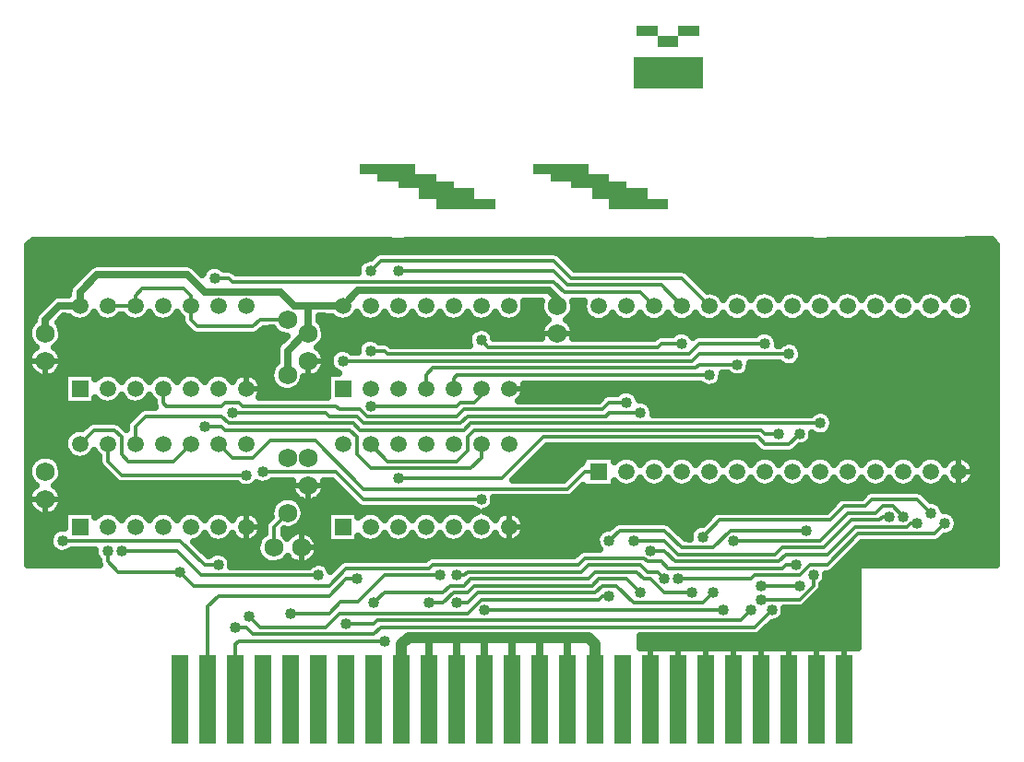
<source format=gbr>
G04 DipTrace 2.4.0.2*
%INBottom.gbr*%
%MOIN*%
%ADD13C,0.012*%
%ADD14C,0.04*%
%ADD15C,0.025*%
%ADD16C,0.02*%
%ADD19C,0.068*%
%ADD20R,0.06X0.32*%
%ADD21R,0.0591X0.0591*%
%ADD22C,0.0591*%
%FSLAX44Y44*%
G04*
G70*
G90*
G75*
G01*
%LNBottom*%
%LPD*%
X9654Y12512D2*
D13*
Y12137D1*
X10029Y11762D1*
X12279D1*
X12779Y11262D1*
X17654D1*
X18279Y11887D1*
X21279D1*
X21404Y12012D1*
X26654D1*
X26904Y12262D1*
X29029D1*
X29154Y12137D1*
X29654D1*
X29904Y11887D1*
X34029D1*
X34154Y12012D1*
X34529D1*
X35404Y17137D2*
X22779D1*
X22529Y16887D1*
X18779D1*
X18529Y17137D1*
X14029D1*
X13779Y17387D1*
X11029D1*
X10654Y17012D1*
Y16387D1*
X34279Y19637D2*
X31029D1*
X30779Y19387D1*
X18154D1*
X14279Y9762D2*
X14654D1*
X14904Y9512D1*
X19279D1*
X19529Y9762D1*
X33029D1*
X33654Y10387D1*
X34654Y11262D2*
X33279D1*
X33404Y20012D2*
X31029D1*
X30654Y19637D1*
X19779D1*
X19654Y19762D1*
X19154D1*
X32404Y19262D2*
X31029D1*
X30904Y19137D1*
X21404D1*
X21154Y18887D1*
Y18387D1*
X16279Y10262D2*
X17654D1*
X18082Y10690D1*
X18707D1*
X19654Y11637D1*
X21654D1*
X31404Y18887D2*
X22279D1*
X22154Y18762D1*
Y18387D1*
X23279Y10387D2*
X31904D1*
X30404Y20012D2*
X29654D1*
X29529Y19887D1*
X23404D1*
X23154Y20137D1*
X19279Y10637D2*
X19654Y11012D1*
X21779D1*
X22029Y11262D1*
X22529D1*
X22779Y11512D1*
X27029D1*
X27279Y11762D1*
X28779D1*
X29029Y11512D1*
X29279D1*
X29779Y11012D1*
X30779D1*
X22279Y11637D2*
X22529D1*
X22654Y11762D1*
X26779D1*
X27029Y12012D1*
X28904D1*
X29154Y11762D1*
X29529D1*
X29779Y11512D1*
X20154Y22637D2*
X25779D1*
X26279Y22137D1*
X29654D1*
X30404Y21387D1*
Y21371D1*
X22279Y10637D2*
X22654D1*
X23029Y11012D1*
X27279D1*
X27529Y11262D1*
X28029D1*
X28654Y10637D1*
X31154D1*
X31529Y11012D1*
X19154Y22637D2*
X19529Y23012D1*
X25779D1*
X26404Y22387D1*
X30404D1*
X31404Y21387D1*
Y21371D1*
X32904Y10387D2*
X32529Y10012D1*
X19404D1*
X19279Y9887D1*
X18279D1*
X13654Y12012D2*
X13154D1*
X12279Y12887D1*
X8029D1*
X10154Y12512D2*
X12154D1*
X13029Y11637D1*
X17279D1*
X21279Y10637D2*
X21779D1*
X22154Y11012D1*
X22654D1*
X22904Y11262D1*
X27154D1*
X27404Y11512D1*
X28404D1*
X28904Y11012D1*
X28404Y17887D2*
X27779D1*
X27529Y17637D1*
X22529D1*
X22279Y17387D1*
X19029D1*
X18779Y17637D1*
X18029D1*
X17904Y17762D1*
X14529D1*
X14404Y17887D1*
X13904D1*
X13779Y17762D1*
X11779D1*
X11654Y17887D1*
Y18387D1*
X14779Y10137D2*
X15154Y9762D1*
X17529D1*
X18029Y10262D1*
X22654D1*
X23154Y10762D1*
X27404D1*
X27529Y10887D1*
X27779D1*
X13529Y22387D2*
X14029D1*
X14154Y22262D1*
X25779D1*
X26154Y21887D1*
X28904D1*
X29419Y21371D1*
X29404D1*
X14154Y17512D2*
X17529D1*
X17654Y17387D1*
X18654D1*
X18904Y17137D1*
X22404D1*
X22654Y17387D1*
X27654D1*
X27779Y17512D1*
X28904D1*
X13654Y16387D2*
X14154Y15887D1*
X14904D1*
X15529Y16512D1*
X17154D1*
X18904Y14762D1*
X26279D1*
X26904Y15387D1*
X27404D1*
X33279Y10762D2*
X34654D1*
X35154Y11262D1*
Y11637D1*
X32279Y12887D2*
X35404D1*
X36404Y13887D1*
X37404D1*
X37654Y14137D1*
X38029D1*
X38404Y13762D1*
X31154Y13012D2*
X31779Y13637D1*
X35779D1*
X36279Y14137D1*
X37029D1*
X37279Y14387D1*
X38904D1*
X39404Y13887D1*
X30279Y11512D2*
X32904D1*
X33029Y11637D1*
X34654D1*
X35029Y12012D1*
X35654D1*
X36779Y13137D1*
X39529D1*
X39904Y13512D1*
X29279Y12512D2*
X29779D1*
X30154Y12137D1*
X33904D1*
X34154Y12387D1*
X35654D1*
X36654Y13387D1*
X38529D1*
X38654Y13512D1*
X38904D1*
X28654Y12887D2*
X29779D1*
X30279Y12387D1*
X33779D1*
X34029Y12637D1*
X35529D1*
X36529Y13637D1*
X37529D1*
X37654Y13762D1*
X37904D1*
X27779Y12887D2*
X28154Y13262D1*
X29779D1*
X30404Y12637D1*
X31529D1*
X32154Y13262D1*
X34904D1*
X15654Y12638D2*
Y13387D1*
X16154Y13887D1*
X14654Y15262D2*
X10154D1*
X9654Y15762D1*
Y16387D1*
X20279Y7137D2*
D14*
Y9137D1*
X20529Y9387D1*
X21279D1*
X22279D1*
X23279D1*
X24279D1*
X25279D1*
X26279D1*
X27029D1*
X27279Y9137D1*
Y7137D1*
X26279D2*
D15*
Y9387D1*
X25279Y7137D2*
Y9387D1*
X24279Y7137D2*
Y9387D1*
X23279Y7137D2*
Y9387D1*
X22279Y7137D2*
Y9387D1*
X21279Y7137D2*
Y9387D1*
X25904Y21387D2*
Y21636D1*
X25591Y21950D1*
X18716D1*
X18154Y21387D1*
X16904D1*
Y20387D1*
X16779D1*
X16154Y19762D1*
Y18887D1*
X16904Y21387D2*
X16404D1*
X15904Y21887D1*
X13154D1*
X12529Y22512D1*
X9279D1*
X8654Y21887D1*
Y21387D1*
X7904D1*
X7404Y20887D1*
Y20387D1*
X12654Y16387D2*
D13*
X12029Y15762D1*
X10404D1*
X10154Y16012D1*
Y16637D1*
X9904Y16887D1*
X9154D1*
X8654Y16387D1*
X13154Y17012D2*
X13779D1*
X13904Y16887D1*
X18404D1*
X18654Y16637D1*
Y16012D1*
X19154Y15512D1*
X22779D1*
X23154Y15887D1*
Y16387D1*
X19154Y17762D2*
X22279D1*
X22404Y17887D1*
X22904D1*
X23154Y18137D1*
Y18387D1*
Y14387D2*
X18904D1*
X17904Y15387D1*
X15279D1*
X9654Y21387D2*
X10654D1*
Y21762D1*
X10904Y22012D1*
X12404D1*
X12654Y21762D1*
Y21387D1*
X16154Y20887D2*
X15154D1*
X14904Y20637D1*
X12904D1*
X12654Y20887D1*
Y21387D1*
X20154Y15137D2*
X23904D1*
X25404Y16637D1*
X33154D1*
X33404Y16387D1*
X34279D1*
X34654Y16762D1*
X14279Y7137D2*
Y9137D1*
X14404Y9262D1*
X19654D1*
X18654Y11512D2*
X18279D1*
X17654Y10887D1*
X13654D1*
X13279Y10512D1*
Y7137D1*
X19154Y16387D2*
X19779Y15762D1*
X22279D1*
X22654Y16137D1*
Y16637D1*
X22904Y16887D1*
X33279D1*
X33404Y16762D1*
X33904D1*
D14*
X9654Y12512D3*
X34529Y12012D3*
X12279Y11762D3*
X35404Y17137D3*
X34279Y19637D3*
X18154Y19387D3*
X14279Y9762D3*
X33654Y10387D3*
X34654Y11262D3*
X33279D3*
X33404Y20012D3*
X19154Y19762D3*
X32404Y19262D3*
X16279Y10262D3*
X21654Y11637D3*
X31404Y18887D3*
X23279Y10387D3*
X31904D3*
X30404Y20012D3*
X23154Y20137D3*
X19279Y10637D3*
X30779Y11012D3*
X22279Y11637D3*
X29779Y11512D3*
X20154Y22637D3*
X22279Y10637D3*
X31529Y11012D3*
X19154Y22637D3*
X32904Y10387D3*
X18279Y9887D3*
X13654Y12012D3*
X8029Y12887D3*
X10154Y12512D3*
X17279Y11637D3*
X21279Y10637D3*
X28904Y11012D3*
X28404Y17887D3*
X14779Y10137D3*
X27779Y10887D3*
X13529Y22387D3*
X14154Y17512D3*
X28904D3*
X33279Y10762D3*
X35154Y11637D3*
X32279Y12887D3*
X38404Y13762D3*
X31154Y13012D3*
X39404Y13887D3*
X30279Y11512D3*
X39904Y13512D3*
X29279Y12512D3*
X38904Y13512D3*
X28654Y12887D3*
X37904Y13762D3*
X27779Y12887D3*
X34904Y13262D3*
X14654Y15262D3*
X26279Y9387D3*
X13154Y17012D3*
X19154Y17762D3*
X23154Y14387D3*
X15279Y15387D3*
X20154Y15137D3*
X34654Y16762D3*
X19654Y9262D3*
X18654Y11512D3*
X33904Y16762D3*
X25404Y15387D3*
X7404Y22262D3*
X25404Y13387D3*
X35904Y10887D3*
X20904Y20387D3*
X13904Y19887D3*
X38904Y12387D3*
X36904D3*
X17904Y20387D3*
X7404Y17387D3*
X13404Y14387D3*
X40904Y12387D3*
X40404Y22887D3*
X6804Y23513D2*
D15*
X41756D1*
X6804Y23265D2*
X19298D1*
X26009D2*
X41756D1*
X6804Y23016D2*
X18861D1*
X26259D2*
X41756D1*
X6804Y22767D2*
X8959D1*
X12848D2*
X13236D1*
X13821D2*
X18681D1*
X26509D2*
X41756D1*
X6804Y22519D2*
X8709D1*
X30755D2*
X41756D1*
X6804Y22270D2*
X8459D1*
X31005D2*
X41756D1*
X6804Y22021D2*
X8263D1*
X31255D2*
X41756D1*
X6804Y21773D2*
X7822D1*
X31821D2*
X31985D1*
X32821D2*
X32985D1*
X33821D2*
X33985D1*
X34821D2*
X34985D1*
X35821D2*
X35985D1*
X36821D2*
X36985D1*
X37821D2*
X37985D1*
X38821D2*
X38985D1*
X39821D2*
X39985D1*
X40821D2*
X41756D1*
X6804Y21524D2*
X7463D1*
X24723D2*
X25291D1*
X26520D2*
X26841D1*
X40966D2*
X41756D1*
X6804Y21275D2*
X7216D1*
X24727D2*
X25287D1*
X26524D2*
X26826D1*
X40981D2*
X41756D1*
X6804Y21026D2*
X7013D1*
X24606D2*
X25392D1*
X26415D2*
X26939D1*
X40868D2*
X41756D1*
X7891Y20778D2*
X12322D1*
X17391D2*
X25416D1*
X26391D2*
X41756D1*
X8016Y20529D2*
X12529D1*
X15278D2*
X15642D1*
X17516D2*
X22881D1*
X23427D2*
X25291D1*
X26516D2*
X41756D1*
X8024Y20280D2*
X16095D1*
X17524D2*
X22685D1*
X23622D2*
X25283D1*
X26524D2*
X29447D1*
X33809D2*
X41756D1*
X7919Y20032D2*
X15845D1*
X17419D2*
X18752D1*
X19860D2*
X22677D1*
X34548D2*
X41756D1*
X7884Y19783D2*
X15740D1*
X17384D2*
X17884D1*
X18423D2*
X18666D1*
X34743D2*
X41756D1*
X8013Y19534D2*
X15740D1*
X17513D2*
X17689D1*
X34759D2*
X41756D1*
X8024Y19286D2*
X15673D1*
X17524D2*
X17673D1*
X32891D2*
X33951D1*
X34606D2*
X41756D1*
X7923Y19037D2*
X15545D1*
X17423D2*
X17822D1*
X32837D2*
X41756D1*
X6804Y18788D2*
X7291D1*
X7510D2*
X8068D1*
X10071D2*
X10235D1*
X11071D2*
X11235D1*
X12071D2*
X12235D1*
X13071D2*
X13235D1*
X14071D2*
X14235D1*
X15071D2*
X15533D1*
X17011D2*
X17568D1*
X31884D2*
X41756D1*
X6804Y18540D2*
X8068D1*
X15216D2*
X15634D1*
X16673D2*
X17568D1*
X24716D2*
X31068D1*
X31739D2*
X41756D1*
X6804Y18291D2*
X8068D1*
X15231D2*
X16025D1*
X16279D2*
X17568D1*
X24731D2*
X28150D1*
X28657D2*
X41756D1*
X6804Y18042D2*
X8068D1*
X24618D2*
X27451D1*
X28868D2*
X41756D1*
X6804Y17794D2*
X11318D1*
X29298D2*
X41756D1*
X6804Y17545D2*
X10701D1*
X29391D2*
X35154D1*
X35653D2*
X41756D1*
X6804Y17296D2*
X10455D1*
X35864D2*
X41756D1*
X6804Y17047D2*
X8830D1*
X35884D2*
X41756D1*
X6804Y16799D2*
X8248D1*
X35747D2*
X41756D1*
X6804Y16550D2*
X8091D1*
X35091D2*
X41756D1*
X6804Y16301D2*
X8076D1*
X25552D2*
X33006D1*
X34739D2*
X41756D1*
X6804Y16053D2*
X8177D1*
X25306D2*
X41756D1*
X6804Y15804D2*
X6939D1*
X7868D2*
X9302D1*
X25056D2*
X26818D1*
X28802D2*
X29006D1*
X29802D2*
X30006D1*
X30802D2*
X31006D1*
X31802D2*
X32006D1*
X32802D2*
X33006D1*
X33802D2*
X34006D1*
X34802D2*
X35006D1*
X35802D2*
X36006D1*
X36802D2*
X37006D1*
X37802D2*
X38006D1*
X38802D2*
X39006D1*
X39802D2*
X40006D1*
X40802D2*
X41756D1*
X8009Y15555D2*
X9377D1*
X24806D2*
X26588D1*
X40962D2*
X41756D1*
X8028Y15307D2*
X9623D1*
X24559D2*
X26338D1*
X40981D2*
X41756D1*
X7934Y15058D2*
X9873D1*
X15634D2*
X16298D1*
X17509D2*
X17748D1*
X40884D2*
X41756D1*
X6804Y14809D2*
X6943D1*
X7860D2*
X14525D1*
X14786D2*
X16279D1*
X17528D2*
X17998D1*
X26809D2*
X41756D1*
X8009Y14561D2*
X16369D1*
X17438D2*
X18244D1*
X26563D2*
X36966D1*
X39216D2*
X41756D1*
X8028Y14312D2*
X15697D1*
X17114D2*
X18494D1*
X23638D2*
X35970D1*
X39618D2*
X41756D1*
X7938Y14063D2*
X15548D1*
X16759D2*
X18853D1*
X23513D2*
X35720D1*
X39860D2*
X41756D1*
X6804Y13815D2*
X7181D1*
X7622D2*
X8068D1*
X10040D2*
X10267D1*
X11040D2*
X11267D1*
X12040D2*
X12267D1*
X13040D2*
X13267D1*
X14040D2*
X14267D1*
X15040D2*
X15529D1*
X16778D2*
X17568D1*
X19540D2*
X19767D1*
X20540D2*
X20767D1*
X21540D2*
X21767D1*
X22540D2*
X22767D1*
X23540D2*
X23767D1*
X24540D2*
X31470D1*
X40282D2*
X41756D1*
X6804Y13566D2*
X8068D1*
X15208D2*
X15354D1*
X16692D2*
X17568D1*
X24708D2*
X28013D1*
X29919D2*
X31224D1*
X40391D2*
X41756D1*
X6804Y13317D2*
X7826D1*
X16380D2*
X17568D1*
X24735D2*
X27576D1*
X30208D2*
X30779D1*
X40352D2*
X41756D1*
X6804Y13068D2*
X7576D1*
X17102D2*
X17568D1*
X24638D2*
X27326D1*
X30458D2*
X30666D1*
X40067D2*
X41756D1*
X6804Y12820D2*
X7545D1*
X12829D2*
X15052D1*
X17255D2*
X27295D1*
X39622D2*
X41756D1*
X6804Y12571D2*
X7662D1*
X13079D2*
X15029D1*
X17278D2*
X26779D1*
X36696D2*
X41756D1*
X6804Y12322D2*
X9205D1*
X14024D2*
X15111D1*
X17196D2*
X21283D1*
X36450D2*
X41756D1*
X6804Y12074D2*
X9310D1*
X14138D2*
X15412D1*
X15895D2*
X16408D1*
X16899D2*
X17095D1*
X17462D2*
X17982D1*
X36200D2*
X41756D1*
X35950Y11825D2*
X36756D1*
X35638Y11576D2*
X36756D1*
X35524Y11328D2*
X36756D1*
X35446Y11079D2*
X36756D1*
X35208Y10830D2*
X36756D1*
X34958Y10582D2*
X36756D1*
X34141Y10333D2*
X36756D1*
X34032Y10084D2*
X36756D1*
X33587Y9836D2*
X36756D1*
X33337Y9587D2*
X36756D1*
X28927Y9338D2*
X36756D1*
X28927Y9089D2*
X36756D1*
X26508Y20362D2*
X26490Y20239D1*
X26483Y20212D1*
X29392D1*
X29520Y20308D1*
X29633Y20336D1*
X30072Y20337D1*
X30111Y20374D1*
X30218Y20438D1*
X30338Y20472D1*
X30462Y20473D1*
X30583Y20441D1*
X30690Y20378D1*
X30777Y20289D1*
X30802Y20244D1*
X30888Y20305D1*
X31029Y20337D1*
X33072D1*
X33111Y20374D1*
X33218Y20438D1*
X33338Y20472D1*
X33462Y20473D1*
X33583Y20441D1*
X33690Y20378D1*
X33777Y20289D1*
X33837Y20179D1*
X33868Y20012D1*
X33862Y19962D1*
X33947D1*
X33986Y19999D1*
X34093Y20063D1*
X34213Y20097D1*
X34337Y20098D1*
X34458Y20066D1*
X34565Y20003D1*
X34652Y19914D1*
X34712Y19804D1*
X34743Y19637D1*
X34727Y19514D1*
X34678Y19399D1*
X34600Y19301D1*
X34500Y19228D1*
X34383Y19184D1*
X34259Y19173D1*
X34136Y19194D1*
X34024Y19248D1*
X33950Y19312D1*
X32866Y19308D1*
X32852Y19139D1*
X32803Y19024D1*
X32725Y18926D1*
X32625Y18853D1*
X32508Y18809D1*
X32384Y18798D1*
X32261Y18819D1*
X32149Y18873D1*
X32075Y18937D1*
X31866Y18933D1*
X31852Y18764D1*
X31803Y18649D1*
X31725Y18551D1*
X31625Y18478D1*
X31508Y18434D1*
X31384Y18423D1*
X31261Y18444D1*
X31149Y18498D1*
X31075Y18562D1*
X24689D1*
X24712Y18432D1*
X24709Y18312D1*
X24678Y18191D1*
X24622Y18080D1*
X24543Y17984D1*
X24518Y17961D1*
X27392Y17962D1*
X27549Y18117D1*
X27652Y18186D1*
X27779Y18212D1*
X28072D1*
X28111Y18249D1*
X28218Y18313D1*
X28338Y18347D1*
X28462Y18348D1*
X28583Y18316D1*
X28690Y18253D1*
X28777Y18164D1*
X28837Y18054D1*
X28856Y17975D1*
X28962Y17973D1*
X29083Y17941D1*
X29190Y17878D1*
X29277Y17789D1*
X29337Y17679D1*
X29368Y17512D1*
X29362Y17462D1*
X35072D1*
X35111Y17499D1*
X35218Y17563D1*
X35338Y17597D1*
X35462Y17598D1*
X35583Y17566D1*
X35690Y17503D1*
X35777Y17414D1*
X35837Y17304D1*
X35868Y17137D1*
X35852Y17014D1*
X35803Y16899D1*
X35725Y16801D1*
X35625Y16728D1*
X35508Y16684D1*
X35384Y16673D1*
X35261Y16694D1*
X35149Y16748D1*
X35116Y16776D1*
X35102Y16639D1*
X35053Y16524D1*
X34975Y16426D1*
X34875Y16353D1*
X34758Y16309D1*
X34653Y16299D1*
X34508Y16157D1*
X34405Y16088D1*
X34279Y16062D1*
X33404D1*
X33282Y16086D1*
X33174Y16157D1*
X33016Y16315D1*
X31154Y16312D1*
X25540D1*
X24310Y15084D1*
X25779Y15087D1*
X26142D1*
X26674Y15617D1*
X26763Y15680D1*
X26843Y15827D1*
Y15947D1*
X27964D1*
Y15732D1*
X28044Y15817D1*
X28148Y15886D1*
X28265Y15930D1*
X28389Y15947D1*
X28513Y15936D1*
X28632Y15899D1*
X28739Y15835D1*
X28830Y15750D1*
X28904Y15636D1*
X28958Y15727D1*
X29044Y15817D1*
X29148Y15886D1*
X29265Y15930D1*
X29389Y15947D1*
X29513Y15936D1*
X29632Y15899D1*
X29739Y15835D1*
X29830Y15750D1*
X29904Y15636D1*
X29958Y15727D1*
X30044Y15817D1*
X30148Y15886D1*
X30265Y15930D1*
X30389Y15947D1*
X30513Y15936D1*
X30632Y15899D1*
X30739Y15835D1*
X30830Y15750D1*
X30904Y15636D1*
X30958Y15727D1*
X31044Y15817D1*
X31148Y15886D1*
X31265Y15930D1*
X31389Y15947D1*
X31513Y15936D1*
X31632Y15899D1*
X31739Y15835D1*
X31830Y15750D1*
X31904Y15636D1*
X31958Y15727D1*
X32044Y15817D1*
X32148Y15886D1*
X32265Y15930D1*
X32389Y15947D1*
X32513Y15936D1*
X32632Y15899D1*
X32739Y15835D1*
X32830Y15750D1*
X32904Y15636D1*
X32958Y15727D1*
X33044Y15817D1*
X33148Y15886D1*
X33265Y15930D1*
X33389Y15947D1*
X33513Y15936D1*
X33632Y15899D1*
X33739Y15835D1*
X33830Y15750D1*
X33904Y15636D1*
X33958Y15727D1*
X34044Y15817D1*
X34148Y15886D1*
X34265Y15930D1*
X34389Y15947D1*
X34513Y15936D1*
X34632Y15899D1*
X34739Y15835D1*
X34830Y15750D1*
X34904Y15636D1*
X34958Y15727D1*
X35044Y15817D1*
X35148Y15886D1*
X35265Y15930D1*
X35389Y15947D1*
X35513Y15936D1*
X35632Y15899D1*
X35739Y15835D1*
X35830Y15750D1*
X35904Y15636D1*
X35958Y15727D1*
X36044Y15817D1*
X36148Y15886D1*
X36265Y15930D1*
X36389Y15947D1*
X36513Y15936D1*
X36632Y15899D1*
X36739Y15835D1*
X36830Y15750D1*
X36904Y15636D1*
X36958Y15727D1*
X37044Y15817D1*
X37148Y15886D1*
X37265Y15930D1*
X37389Y15947D1*
X37513Y15936D1*
X37632Y15899D1*
X37739Y15835D1*
X37830Y15750D1*
X37904Y15636D1*
X37958Y15727D1*
X38044Y15817D1*
X38148Y15886D1*
X38265Y15930D1*
X38389Y15947D1*
X38513Y15936D1*
X38632Y15899D1*
X38739Y15835D1*
X38830Y15750D1*
X38904Y15636D1*
X38958Y15727D1*
X39044Y15817D1*
X39148Y15886D1*
X39265Y15930D1*
X39389Y15947D1*
X39513Y15936D1*
X39632Y15899D1*
X39739Y15835D1*
X39830Y15750D1*
X39904Y15636D1*
X39943Y15707D1*
X40026Y15800D1*
X40126Y15874D1*
X40241Y15923D1*
X40364Y15946D1*
X40488Y15941D1*
X40609Y15908D1*
X40719Y15850D1*
X40814Y15769D1*
X40888Y15668D1*
X40938Y15554D1*
X40962Y15432D1*
X40959Y15312D1*
X40928Y15191D1*
X40872Y15080D1*
X40793Y14984D1*
X40694Y14908D1*
X40580Y14855D1*
X40458Y14830D1*
X40334Y14831D1*
X40212Y14860D1*
X40101Y14916D1*
X40004Y14994D1*
X39927Y15093D1*
X39904Y15134D1*
X39843Y15039D1*
X39755Y14951D1*
X39650Y14884D1*
X39532Y14842D1*
X39409Y14827D1*
X39284Y14840D1*
X39166Y14880D1*
X39060Y14945D1*
X38970Y15032D1*
X38905Y15133D1*
X38843Y15039D1*
X38755Y14951D1*
X38650Y14884D1*
X38532Y14842D1*
X38409Y14827D1*
X38284Y14840D1*
X38166Y14880D1*
X38060Y14945D1*
X37970Y15032D1*
X37905Y15133D1*
X37843Y15039D1*
X37755Y14951D1*
X37650Y14884D1*
X37532Y14842D1*
X37409Y14827D1*
X37284Y14840D1*
X37166Y14880D1*
X37060Y14945D1*
X36970Y15032D1*
X36905Y15133D1*
X36843Y15039D1*
X36755Y14951D1*
X36650Y14884D1*
X36532Y14842D1*
X36409Y14827D1*
X36284Y14840D1*
X36166Y14880D1*
X36060Y14945D1*
X35970Y15032D1*
X35905Y15133D1*
X35843Y15039D1*
X35755Y14951D1*
X35650Y14884D1*
X35532Y14842D1*
X35409Y14827D1*
X35284Y14840D1*
X35166Y14880D1*
X35060Y14945D1*
X34970Y15032D1*
X34905Y15133D1*
X34843Y15039D1*
X34755Y14951D1*
X34650Y14884D1*
X34532Y14842D1*
X34409Y14827D1*
X34284Y14840D1*
X34166Y14880D1*
X34060Y14945D1*
X33970Y15032D1*
X33905Y15133D1*
X33843Y15039D1*
X33755Y14951D1*
X33650Y14884D1*
X33532Y14842D1*
X33409Y14827D1*
X33284Y14840D1*
X33166Y14880D1*
X33060Y14945D1*
X32970Y15032D1*
X32905Y15133D1*
X32843Y15039D1*
X32755Y14951D1*
X32650Y14884D1*
X32532Y14842D1*
X32409Y14827D1*
X32284Y14840D1*
X32166Y14880D1*
X32060Y14945D1*
X31970Y15032D1*
X31905Y15133D1*
X31843Y15039D1*
X31755Y14951D1*
X31650Y14884D1*
X31532Y14842D1*
X31409Y14827D1*
X31284Y14840D1*
X31166Y14880D1*
X31060Y14945D1*
X30970Y15032D1*
X30905Y15133D1*
X30843Y15039D1*
X30755Y14951D1*
X30650Y14884D1*
X30532Y14842D1*
X30409Y14827D1*
X30284Y14840D1*
X30166Y14880D1*
X30060Y14945D1*
X29970Y15032D1*
X29905Y15133D1*
X29843Y15039D1*
X29755Y14951D1*
X29650Y14884D1*
X29532Y14842D1*
X29409Y14827D1*
X29284Y14840D1*
X29166Y14880D1*
X29060Y14945D1*
X28970Y15032D1*
X28905Y15133D1*
X28843Y15039D1*
X28755Y14951D1*
X28650Y14884D1*
X28532Y14842D1*
X28409Y14827D1*
X28284Y14840D1*
X28166Y14880D1*
X28060Y14945D1*
X27964Y15041D1*
Y14827D1*
X26843D1*
Y14870D1*
X26508Y14532D1*
X26405Y14463D1*
X26279Y14437D1*
X23616Y14433D1*
X23602Y14264D1*
X23553Y14149D1*
X23475Y14051D1*
X23375Y13978D1*
X23262Y13935D1*
X23382Y13899D1*
X23489Y13835D1*
X23580Y13750D1*
X23654Y13636D1*
X23693Y13707D1*
X23776Y13800D1*
X23876Y13874D1*
X23991Y13923D1*
X24114Y13946D1*
X24238Y13941D1*
X24359Y13908D1*
X24469Y13850D1*
X24564Y13769D1*
X24638Y13668D1*
X24688Y13554D1*
X24712Y13432D1*
X24709Y13312D1*
X24678Y13191D1*
X24622Y13080D1*
X24543Y12984D1*
X24444Y12908D1*
X24330Y12855D1*
X24208Y12830D1*
X24084Y12831D1*
X23962Y12860D1*
X23851Y12916D1*
X23754Y12994D1*
X23677Y13093D1*
X23654Y13134D1*
X23593Y13039D1*
X23505Y12951D1*
X23400Y12884D1*
X23282Y12842D1*
X23159Y12827D1*
X23034Y12840D1*
X22916Y12880D1*
X22810Y12945D1*
X22720Y13032D1*
X22655Y13133D1*
X22593Y13039D1*
X22505Y12951D1*
X22400Y12884D1*
X22282Y12842D1*
X22159Y12827D1*
X22034Y12840D1*
X21916Y12880D1*
X21810Y12945D1*
X21720Y13032D1*
X21655Y13133D1*
X21593Y13039D1*
X21505Y12951D1*
X21400Y12884D1*
X21282Y12842D1*
X21159Y12827D1*
X21034Y12840D1*
X20916Y12880D1*
X20810Y12945D1*
X20720Y13032D1*
X20655Y13133D1*
X20593Y13039D1*
X20505Y12951D1*
X20400Y12884D1*
X20282Y12842D1*
X20159Y12827D1*
X20034Y12840D1*
X19916Y12880D1*
X19810Y12945D1*
X19720Y13032D1*
X19655Y13133D1*
X19593Y13039D1*
X19505Y12951D1*
X19400Y12884D1*
X19282Y12842D1*
X19159Y12827D1*
X19034Y12840D1*
X18916Y12880D1*
X18810Y12945D1*
X18714Y13041D1*
Y12827D1*
X17593D1*
Y13947D1*
X18714D1*
Y13732D1*
X18794Y13817D1*
X18898Y13886D1*
X19015Y13930D1*
X19139Y13947D1*
X19263Y13936D1*
X19382Y13899D1*
X19489Y13835D1*
X19580Y13750D1*
X19654Y13636D1*
X19708Y13727D1*
X19794Y13817D1*
X19898Y13886D1*
X20015Y13930D1*
X20139Y13947D1*
X20263Y13936D1*
X20382Y13899D1*
X20489Y13835D1*
X20580Y13750D1*
X20654Y13636D1*
X20708Y13727D1*
X20794Y13817D1*
X20898Y13886D1*
X21015Y13930D1*
X21139Y13947D1*
X21263Y13936D1*
X21382Y13899D1*
X21489Y13835D1*
X21580Y13750D1*
X21654Y13636D1*
X21708Y13727D1*
X21794Y13817D1*
X21898Y13886D1*
X22015Y13930D1*
X22139Y13947D1*
X22263Y13936D1*
X22382Y13899D1*
X22489Y13835D1*
X22580Y13750D1*
X22654Y13636D1*
X22708Y13727D1*
X22794Y13817D1*
X22898Y13886D1*
X23050Y13935D1*
X22899Y13998D1*
X22825Y14062D1*
X18904D1*
X18782Y14086D1*
X18674Y14157D1*
X17771Y15060D1*
X17482Y15061D1*
X17506Y14938D1*
X17503Y14812D1*
X17475Y14691D1*
X17422Y14577D1*
X17348Y14477D1*
X17254Y14395D1*
X17146Y14333D1*
X17027Y14295D1*
X16903Y14282D1*
X16779Y14295D1*
X16660Y14333D1*
X16552Y14394D1*
X16458Y14477D1*
X16383Y14577D1*
X16331Y14690D1*
X16303Y14812D1*
X16300Y14936D1*
X16324Y15063D1*
X15611Y15062D1*
X15500Y14978D1*
X15383Y14934D1*
X15259Y14923D1*
X15136Y14944D1*
X15034Y14993D1*
X14975Y14926D1*
X14875Y14853D1*
X14758Y14809D1*
X14634Y14798D1*
X14511Y14819D1*
X14399Y14873D1*
X14325Y14937D1*
X10154D1*
X10032Y14961D1*
X9924Y15032D1*
X9424Y15532D1*
X9354Y15635D1*
X9329Y15762D1*
Y15930D1*
X9220Y16032D1*
X9155Y16133D1*
X9093Y16039D1*
X9005Y15951D1*
X8900Y15884D1*
X8782Y15842D1*
X8659Y15827D1*
X8534Y15840D1*
X8416Y15880D1*
X8310Y15945D1*
X8220Y16032D1*
X8153Y16136D1*
X8110Y16253D1*
X8093Y16377D1*
X8105Y16501D1*
X8144Y16620D1*
X8208Y16727D1*
X8294Y16817D1*
X8398Y16886D1*
X8515Y16930D1*
X8639Y16947D1*
X8744Y16938D1*
X8924Y17117D1*
X9027Y17186D1*
X9154Y17212D1*
X9904D1*
X10025Y17188D1*
X10133Y17117D1*
X10331Y16919D1*
X10329Y17012D1*
X10352Y17134D1*
X10424Y17242D1*
X10799Y17617D1*
X10902Y17686D1*
X11029Y17712D1*
X11376D1*
X11329Y17866D1*
Y17930D1*
X11220Y18032D1*
X11155Y18133D1*
X11093Y18039D1*
X11005Y17951D1*
X10900Y17884D1*
X10782Y17842D1*
X10659Y17827D1*
X10534Y17840D1*
X10416Y17880D1*
X10310Y17945D1*
X10220Y18032D1*
X10155Y18133D1*
X10093Y18039D1*
X10005Y17951D1*
X9900Y17884D1*
X9782Y17842D1*
X9659Y17827D1*
X9534Y17840D1*
X9416Y17880D1*
X9310Y17945D1*
X9214Y18041D1*
Y17827D1*
X8093D1*
Y18947D1*
X9214D1*
Y18732D1*
X9294Y18817D1*
X9398Y18886D1*
X9515Y18930D1*
X9639Y18947D1*
X9763Y18936D1*
X9882Y18899D1*
X9989Y18835D1*
X10080Y18750D1*
X10154Y18636D1*
X10208Y18727D1*
X10294Y18817D1*
X10398Y18886D1*
X10515Y18930D1*
X10639Y18947D1*
X10763Y18936D1*
X10882Y18899D1*
X10989Y18835D1*
X11080Y18750D1*
X11154Y18636D1*
X11208Y18727D1*
X11294Y18817D1*
X11398Y18886D1*
X11515Y18930D1*
X11639Y18947D1*
X11763Y18936D1*
X11882Y18899D1*
X11989Y18835D1*
X12080Y18750D1*
X12154Y18636D1*
X12208Y18727D1*
X12294Y18817D1*
X12398Y18886D1*
X12515Y18930D1*
X12639Y18947D1*
X12763Y18936D1*
X12882Y18899D1*
X12989Y18835D1*
X13080Y18750D1*
X13154Y18636D1*
X13208Y18727D1*
X13294Y18817D1*
X13398Y18886D1*
X13515Y18930D1*
X13639Y18947D1*
X13763Y18936D1*
X13882Y18899D1*
X13989Y18835D1*
X14080Y18750D1*
X14154Y18636D1*
X14193Y18707D1*
X14276Y18800D1*
X14376Y18874D1*
X14491Y18923D1*
X14614Y18946D1*
X14738Y18941D1*
X14859Y18908D1*
X14969Y18850D1*
X15064Y18769D1*
X15138Y18668D1*
X15188Y18554D1*
X15212Y18432D1*
X15209Y18312D1*
X15178Y18191D1*
X15127Y18087D1*
X17595D1*
X17593Y18947D1*
X18004D1*
X17899Y18998D1*
X17805Y19080D1*
X17736Y19184D1*
X17696Y19302D1*
X17690Y19426D1*
X17717Y19548D1*
X17776Y19658D1*
X17861Y19749D1*
X17968Y19813D1*
X18088Y19847D1*
X18212Y19848D1*
X18333Y19816D1*
X18440Y19753D1*
X18481Y19711D1*
X18689Y19712D1*
X18690Y19801D1*
X18717Y19923D1*
X18776Y20033D1*
X18861Y20124D1*
X18968Y20188D1*
X19088Y20222D1*
X19212Y20223D1*
X19333Y20191D1*
X19440Y20128D1*
X19481Y20086D1*
X19654Y20087D1*
X19775Y20063D1*
X19883Y19992D1*
X19912Y19963D1*
X22720Y19962D1*
X22696Y20052D1*
X22690Y20176D1*
X22717Y20298D1*
X22776Y20408D1*
X22861Y20499D1*
X22968Y20563D1*
X23088Y20597D1*
X23212Y20598D1*
X23333Y20566D1*
X23440Y20503D1*
X23527Y20414D1*
X23587Y20304D1*
X23610Y20210D1*
X25154Y20212D1*
X25324Y20214D1*
X25301Y20337D1*
X25303Y20461D1*
X25331Y20583D1*
X25384Y20696D1*
X25458Y20796D1*
X25551Y20879D1*
X25564Y20887D1*
X25514Y20925D1*
X25427Y21015D1*
X25361Y21121D1*
X25318Y21238D1*
X25300Y21362D1*
X25308Y21486D1*
X25327Y21558D1*
X24689Y21560D1*
X24714Y21387D1*
X24700Y21263D1*
X24659Y21145D1*
X24593Y21039D1*
X24505Y20951D1*
X24400Y20884D1*
X24282Y20842D1*
X24159Y20827D1*
X24034Y20840D1*
X23916Y20880D1*
X23810Y20945D1*
X23720Y21032D1*
X23655Y21133D1*
X23593Y21039D1*
X23505Y20951D1*
X23400Y20884D1*
X23282Y20842D1*
X23159Y20827D1*
X23034Y20840D1*
X22916Y20880D1*
X22810Y20945D1*
X22720Y21032D1*
X22655Y21133D1*
X22593Y21039D1*
X22505Y20951D1*
X22400Y20884D1*
X22282Y20842D1*
X22159Y20827D1*
X22034Y20840D1*
X21916Y20880D1*
X21810Y20945D1*
X21720Y21032D1*
X21655Y21133D1*
X21593Y21039D1*
X21505Y20951D1*
X21400Y20884D1*
X21282Y20842D1*
X21159Y20827D1*
X21034Y20840D1*
X20916Y20880D1*
X20810Y20945D1*
X20720Y21032D1*
X20655Y21133D1*
X20593Y21039D1*
X20505Y20951D1*
X20400Y20884D1*
X20282Y20842D1*
X20159Y20827D1*
X20034Y20840D1*
X19916Y20880D1*
X19810Y20945D1*
X19720Y21032D1*
X19655Y21133D1*
X19593Y21039D1*
X19505Y20951D1*
X19400Y20884D1*
X19282Y20842D1*
X19159Y20827D1*
X19034Y20840D1*
X18916Y20880D1*
X18810Y20945D1*
X18720Y21032D1*
X18655Y21133D1*
X18593Y21039D1*
X18505Y20951D1*
X18400Y20884D1*
X18282Y20842D1*
X18159Y20827D1*
X18034Y20840D1*
X17916Y20880D1*
X17810Y20945D1*
X17757Y20996D1*
X17290Y20997D1*
X17293Y20852D1*
X17365Y20779D1*
X17435Y20676D1*
X17483Y20561D1*
X17508Y20387D1*
X17496Y20263D1*
X17458Y20144D1*
X17396Y20036D1*
X17313Y19942D1*
X17241Y19888D1*
X17330Y19815D1*
X17409Y19719D1*
X17466Y19608D1*
X17499Y19488D1*
X17507Y19362D1*
X17489Y19239D1*
X17446Y19121D1*
X17380Y19016D1*
X17294Y18925D1*
X17191Y18855D1*
X17076Y18807D1*
X16953Y18784D1*
X16828Y18787D1*
X16752Y18801D1*
X16708Y18644D1*
X16646Y18536D1*
X16563Y18442D1*
X16463Y18367D1*
X16350Y18315D1*
X16229Y18287D1*
X16104Y18284D1*
X15981Y18307D1*
X15866Y18355D1*
X15763Y18425D1*
X15676Y18515D1*
X15610Y18621D1*
X15567Y18738D1*
X15549Y18862D1*
X15557Y18986D1*
X15590Y19106D1*
X15647Y19217D1*
X15725Y19314D1*
X15765Y19346D1*
X15764Y19762D1*
X15783Y19885D1*
X15844Y19998D1*
X15878Y20038D1*
X16124Y20284D1*
X15981Y20307D1*
X15866Y20355D1*
X15763Y20425D1*
X15676Y20515D1*
X15645Y20565D1*
X15290Y20562D1*
X15133Y20407D1*
X15030Y20338D1*
X14904Y20312D1*
X12904D1*
X12782Y20336D1*
X12674Y20407D1*
X12424Y20657D1*
X12354Y20760D1*
X12329Y20887D1*
Y20930D1*
X12220Y21032D1*
X12155Y21133D1*
X12093Y21039D1*
X12005Y20951D1*
X11900Y20884D1*
X11782Y20842D1*
X11659Y20827D1*
X11534Y20840D1*
X11416Y20880D1*
X11310Y20945D1*
X11220Y21032D1*
X11155Y21133D1*
X11093Y21039D1*
X11005Y20951D1*
X10900Y20884D1*
X10782Y20842D1*
X10659Y20827D1*
X10534Y20840D1*
X10416Y20880D1*
X10310Y20945D1*
X10201Y21061D1*
X10111Y21062D1*
X10005Y20951D1*
X9900Y20884D1*
X9782Y20842D1*
X9659Y20827D1*
X9534Y20840D1*
X9416Y20880D1*
X9310Y20945D1*
X9220Y21032D1*
X9155Y21133D1*
X9093Y21039D1*
X9005Y20951D1*
X8900Y20884D1*
X8782Y20842D1*
X8659Y20827D1*
X8534Y20840D1*
X8416Y20880D1*
X8310Y20945D1*
X8257Y20996D1*
X8064Y20997D1*
X7856Y20788D1*
X7935Y20676D1*
X7983Y20561D1*
X8008Y20387D1*
X7996Y20263D1*
X7958Y20144D1*
X7896Y20036D1*
X7813Y19942D1*
X7741Y19888D1*
X7830Y19815D1*
X7909Y19719D1*
X7966Y19608D1*
X7999Y19488D1*
X8007Y19362D1*
X7989Y19239D1*
X7946Y19121D1*
X7880Y19016D1*
X7794Y18925D1*
X7691Y18855D1*
X7576Y18807D1*
X7453Y18784D1*
X7328Y18787D1*
X7207Y18815D1*
X7093Y18867D1*
X6993Y18942D1*
X6911Y19035D1*
X6849Y19144D1*
X6811Y19262D1*
X6798Y19387D1*
X6811Y19511D1*
X6849Y19630D1*
X6910Y19738D1*
X6993Y19832D1*
X7063Y19887D1*
X7013Y19925D1*
X6926Y20015D1*
X6860Y20121D1*
X6817Y20238D1*
X6799Y20362D1*
X6807Y20486D1*
X6840Y20606D1*
X6897Y20717D1*
X6975Y20814D1*
X7015Y20846D1*
X7033Y21010D1*
X7094Y21123D1*
X7128Y21163D1*
X7628Y21663D1*
X7729Y21736D1*
X7851Y21773D1*
X7904Y21777D1*
X8251D1*
X8283Y22010D1*
X8344Y22123D1*
X8378Y22163D1*
X9003Y22788D1*
X9104Y22861D1*
X9226Y22898D1*
X9279Y22902D1*
X12529D1*
X12651Y22882D1*
X12764Y22822D1*
X12804Y22788D1*
X13083Y22509D1*
X13092Y22548D1*
X13151Y22658D1*
X13236Y22749D1*
X13343Y22813D1*
X13463Y22847D1*
X13587Y22848D1*
X13708Y22816D1*
X13815Y22753D1*
X13856Y22711D1*
X14029Y22712D1*
X14150Y22688D1*
X14258Y22617D1*
X14287Y22588D1*
X18689Y22587D1*
X18690Y22676D1*
X18717Y22798D1*
X18776Y22908D1*
X18861Y22999D1*
X18968Y23063D1*
X19088Y23097D1*
X19154Y23098D1*
X19299Y23242D1*
X19402Y23311D1*
X19529Y23337D1*
X25779D1*
X25900Y23313D1*
X26008Y23242D1*
X26536Y22714D1*
X29279Y22712D1*
X30404D1*
X30525Y22688D1*
X30633Y22617D1*
X31327Y21923D1*
X31389Y21931D1*
X31513Y21921D1*
X31632Y21883D1*
X31739Y21820D1*
X31830Y21734D1*
X31904Y21620D1*
X31958Y21711D1*
X32044Y21801D1*
X32148Y21870D1*
X32265Y21914D1*
X32389Y21931D1*
X32513Y21921D1*
X32632Y21883D1*
X32739Y21820D1*
X32830Y21734D1*
X32904Y21620D1*
X32958Y21711D1*
X33044Y21801D1*
X33148Y21870D1*
X33265Y21914D1*
X33389Y21931D1*
X33513Y21921D1*
X33632Y21883D1*
X33739Y21820D1*
X33830Y21734D1*
X33904Y21620D1*
X33958Y21711D1*
X34044Y21801D1*
X34148Y21870D1*
X34265Y21914D1*
X34389Y21931D1*
X34513Y21921D1*
X34632Y21883D1*
X34739Y21820D1*
X34830Y21734D1*
X34904Y21620D1*
X34958Y21711D1*
X35044Y21801D1*
X35148Y21870D1*
X35265Y21914D1*
X35389Y21931D1*
X35513Y21921D1*
X35632Y21883D1*
X35739Y21820D1*
X35830Y21734D1*
X35904Y21620D1*
X35958Y21711D1*
X36044Y21801D1*
X36148Y21870D1*
X36265Y21914D1*
X36389Y21931D1*
X36513Y21921D1*
X36632Y21883D1*
X36739Y21820D1*
X36830Y21734D1*
X36904Y21620D1*
X36958Y21711D1*
X37044Y21801D1*
X37148Y21870D1*
X37265Y21914D1*
X37389Y21931D1*
X37513Y21921D1*
X37632Y21883D1*
X37739Y21820D1*
X37830Y21734D1*
X37904Y21620D1*
X37958Y21711D1*
X38044Y21801D1*
X38148Y21870D1*
X38265Y21914D1*
X38389Y21931D1*
X38513Y21921D1*
X38632Y21883D1*
X38739Y21820D1*
X38830Y21734D1*
X38904Y21620D1*
X38958Y21711D1*
X39044Y21801D1*
X39148Y21870D1*
X39265Y21914D1*
X39389Y21931D1*
X39513Y21921D1*
X39632Y21883D1*
X39739Y21820D1*
X39830Y21734D1*
X39904Y21620D1*
X39958Y21711D1*
X40044Y21801D1*
X40148Y21870D1*
X40265Y21914D1*
X40389Y21931D1*
X40513Y21921D1*
X40632Y21883D1*
X40739Y21820D1*
X40830Y21734D1*
X40900Y21631D1*
X40945Y21514D1*
X40964Y21371D1*
X40950Y21247D1*
X40909Y21129D1*
X40843Y21024D1*
X40755Y20935D1*
X40650Y20868D1*
X40532Y20826D1*
X40409Y20811D1*
X40284Y20824D1*
X40166Y20864D1*
X40060Y20929D1*
X39970Y21016D1*
X39905Y21117D1*
X39843Y21024D1*
X39755Y20935D1*
X39650Y20868D1*
X39532Y20826D1*
X39409Y20811D1*
X39284Y20824D1*
X39166Y20864D1*
X39060Y20929D1*
X38970Y21016D1*
X38905Y21117D1*
X38843Y21024D1*
X38755Y20935D1*
X38650Y20868D1*
X38532Y20826D1*
X38409Y20811D1*
X38284Y20824D1*
X38166Y20864D1*
X38060Y20929D1*
X37970Y21016D1*
X37905Y21117D1*
X37843Y21024D1*
X37755Y20935D1*
X37650Y20868D1*
X37532Y20826D1*
X37409Y20811D1*
X37284Y20824D1*
X37166Y20864D1*
X37060Y20929D1*
X36970Y21016D1*
X36905Y21117D1*
X36843Y21024D1*
X36755Y20935D1*
X36650Y20868D1*
X36532Y20826D1*
X36409Y20811D1*
X36284Y20824D1*
X36166Y20864D1*
X36060Y20929D1*
X35970Y21016D1*
X35905Y21117D1*
X35843Y21024D1*
X35755Y20935D1*
X35650Y20868D1*
X35532Y20826D1*
X35409Y20811D1*
X35284Y20824D1*
X35166Y20864D1*
X35060Y20929D1*
X34970Y21016D1*
X34905Y21117D1*
X34843Y21024D1*
X34755Y20935D1*
X34650Y20868D1*
X34532Y20826D1*
X34409Y20811D1*
X34284Y20824D1*
X34166Y20864D1*
X34060Y20929D1*
X33970Y21016D1*
X33905Y21117D1*
X33843Y21024D1*
X33755Y20935D1*
X33650Y20868D1*
X33532Y20826D1*
X33409Y20811D1*
X33284Y20824D1*
X33166Y20864D1*
X33060Y20929D1*
X32970Y21016D1*
X32905Y21117D1*
X32843Y21024D1*
X32755Y20935D1*
X32650Y20868D1*
X32532Y20826D1*
X32409Y20811D1*
X32284Y20824D1*
X32166Y20864D1*
X32060Y20929D1*
X31970Y21016D1*
X31905Y21117D1*
X31843Y21024D1*
X31755Y20935D1*
X31650Y20868D1*
X31532Y20826D1*
X31409Y20811D1*
X31284Y20824D1*
X31166Y20864D1*
X31060Y20929D1*
X30970Y21016D1*
X30905Y21117D1*
X30843Y21024D1*
X30755Y20935D1*
X30650Y20868D1*
X30532Y20826D1*
X30409Y20811D1*
X30284Y20824D1*
X30166Y20864D1*
X30060Y20929D1*
X29970Y21016D1*
X29905Y21117D1*
X29843Y21024D1*
X29755Y20935D1*
X29650Y20868D1*
X29532Y20826D1*
X29409Y20811D1*
X29284Y20824D1*
X29166Y20864D1*
X29060Y20929D1*
X28970Y21016D1*
X28905Y21117D1*
X28843Y21024D1*
X28755Y20935D1*
X28650Y20868D1*
X28532Y20826D1*
X28409Y20811D1*
X28284Y20824D1*
X28166Y20864D1*
X28060Y20929D1*
X27970Y21016D1*
X27905Y21117D1*
X27843Y21024D1*
X27755Y20935D1*
X27650Y20868D1*
X27532Y20826D1*
X27409Y20811D1*
X27284Y20824D1*
X27166Y20864D1*
X27060Y20929D1*
X26970Y21016D1*
X26903Y21121D1*
X26860Y21238D1*
X26843Y21361D1*
X26855Y21486D1*
X26881Y21563D1*
X26484Y21561D1*
X26509Y21387D1*
X26496Y21263D1*
X26458Y21144D1*
X26397Y21036D1*
X26314Y20942D1*
X26242Y20888D1*
X26331Y20815D1*
X26409Y20719D1*
X26467Y20608D1*
X26500Y20488D1*
X26508Y20362D1*
X17258Y12612D2*
X17240Y12489D1*
X17197Y12371D1*
X17131Y12266D1*
X17045Y12175D1*
X16942Y12105D1*
X16826Y12057D1*
X16704Y12034D1*
X16579Y12037D1*
X16457Y12065D1*
X16344Y12117D1*
X16244Y12192D1*
X16161Y12285D1*
X16153Y12297D1*
X16063Y12193D1*
X15963Y12118D1*
X15850Y12066D1*
X15729Y12038D1*
X15604Y12035D1*
X15481Y12058D1*
X15366Y12106D1*
X15263Y12176D1*
X15176Y12266D1*
X15110Y12372D1*
X15067Y12489D1*
X15049Y12612D1*
X15057Y12737D1*
X15090Y12857D1*
X15147Y12968D1*
X15225Y13065D1*
X15326Y13146D1*
X15329Y13387D1*
X15352Y13509D1*
X15424Y13617D1*
X15565Y13758D1*
X15549Y13862D1*
X15557Y13986D1*
X15590Y14106D1*
X15647Y14217D1*
X15725Y14314D1*
X15822Y14393D1*
X15933Y14450D1*
X16053Y14484D1*
X16178Y14491D1*
X16301Y14474D1*
X16418Y14431D1*
X16524Y14365D1*
X16615Y14279D1*
X16685Y14176D1*
X16733Y14061D1*
X16758Y13887D1*
X16746Y13763D1*
X16708Y13644D1*
X16646Y13536D1*
X16563Y13442D1*
X16463Y13367D1*
X16350Y13315D1*
X16229Y13287D1*
X16104Y13284D1*
X16023Y13299D1*
X16024Y13116D1*
X16115Y13029D1*
X16152Y12975D1*
X16225Y13064D1*
X16322Y13143D1*
X16433Y13200D1*
X16553Y13234D1*
X16678Y13241D1*
X16801Y13224D1*
X16918Y13181D1*
X17024Y13115D1*
X17115Y13029D1*
X17185Y12926D1*
X17233Y12811D1*
X17256Y12688D1*
X17258Y12612D1*
X7996Y15263D2*
X7958Y15144D1*
X7896Y15036D1*
X7813Y14942D1*
X7741Y14888D1*
X7830Y14815D1*
X7909Y14719D1*
X7966Y14608D1*
X7999Y14488D1*
X8007Y14362D1*
X7989Y14239D1*
X7946Y14121D1*
X7880Y14016D1*
X7794Y13925D1*
X7691Y13855D1*
X7576Y13807D1*
X7453Y13784D1*
X7328Y13787D1*
X7207Y13815D1*
X7093Y13867D1*
X6993Y13942D1*
X6911Y14035D1*
X6849Y14144D1*
X6811Y14262D1*
X6798Y14387D1*
X6811Y14511D1*
X6849Y14630D1*
X6910Y14738D1*
X6993Y14832D1*
X7063Y14887D1*
X7013Y14925D1*
X6926Y15015D1*
X6860Y15121D1*
X6817Y15238D1*
X6799Y15362D1*
X6807Y15486D1*
X6840Y15606D1*
X6897Y15717D1*
X6975Y15814D1*
X7072Y15893D1*
X7183Y15950D1*
X7303Y15984D1*
X7428Y15991D1*
X7551Y15974D1*
X7668Y15931D1*
X7774Y15865D1*
X7865Y15779D1*
X7935Y15676D1*
X7983Y15561D1*
X8008Y15387D1*
X7996Y15263D1*
X35739Y9002D2*
X36778D1*
X36779Y11887D1*
X36840Y11992D1*
X36904Y12012D1*
X41779D1*
Y23586D1*
X41599Y23764D1*
X39654Y23762D1*
X35697D1*
X35609Y23728D1*
X35487Y23702D1*
X35362Y23698D1*
X35239Y23717D1*
X35111Y23763D1*
X22279Y23762D1*
X20447D1*
X20359Y23728D1*
X20237Y23702D1*
X20112Y23698D1*
X19989Y23717D1*
X19861Y23763D1*
X6954Y23762D1*
X6776Y23583D1*
X6779Y21637D1*
Y12012D1*
X9353D1*
X9329Y12137D1*
Y12180D1*
X9236Y12309D1*
X9196Y12427D1*
X9193Y12563D1*
X8361Y12562D1*
X8250Y12478D1*
X8133Y12434D1*
X8009Y12423D1*
X7886Y12444D1*
X7774Y12498D1*
X7680Y12580D1*
X7611Y12684D1*
X7571Y12802D1*
X7565Y12926D1*
X7592Y13048D1*
X7651Y13158D1*
X7736Y13249D1*
X7843Y13313D1*
X7963Y13347D1*
X8091D1*
X8093Y13947D1*
X9214D1*
Y13732D1*
X9294Y13817D1*
X9398Y13886D1*
X9515Y13930D1*
X9639Y13947D1*
X9763Y13936D1*
X9882Y13899D1*
X9989Y13835D1*
X10080Y13750D1*
X10154Y13636D1*
X10208Y13727D1*
X10294Y13817D1*
X10398Y13886D1*
X10515Y13930D1*
X10639Y13947D1*
X10763Y13936D1*
X10882Y13899D1*
X10989Y13835D1*
X11080Y13750D1*
X11154Y13636D1*
X11208Y13727D1*
X11294Y13817D1*
X11398Y13886D1*
X11515Y13930D1*
X11639Y13947D1*
X11763Y13936D1*
X11882Y13899D1*
X11989Y13835D1*
X12080Y13750D1*
X12154Y13636D1*
X12208Y13727D1*
X12294Y13817D1*
X12398Y13886D1*
X12515Y13930D1*
X12639Y13947D1*
X12763Y13936D1*
X12882Y13899D1*
X12989Y13835D1*
X13080Y13750D1*
X13154Y13636D1*
X13208Y13727D1*
X13294Y13817D1*
X13398Y13886D1*
X13515Y13930D1*
X13639Y13947D1*
X13763Y13936D1*
X13882Y13899D1*
X13989Y13835D1*
X14080Y13750D1*
X14154Y13636D1*
X14193Y13707D1*
X14276Y13800D1*
X14376Y13874D1*
X14491Y13923D1*
X14614Y13946D1*
X14738Y13941D1*
X14859Y13908D1*
X14969Y13850D1*
X15064Y13769D1*
X15138Y13668D1*
X15188Y13554D1*
X15212Y13432D1*
X15209Y13312D1*
X15178Y13191D1*
X15122Y13080D1*
X15043Y12984D1*
X14944Y12908D1*
X14830Y12855D1*
X14708Y12830D1*
X14584Y12831D1*
X14462Y12860D1*
X14351Y12916D1*
X14254Y12994D1*
X14177Y13093D1*
X14154Y13134D1*
X14093Y13039D1*
X14005Y12951D1*
X13900Y12884D1*
X13782Y12842D1*
X13659Y12827D1*
X13534Y12840D1*
X13416Y12880D1*
X13310Y12945D1*
X13220Y13032D1*
X13155Y13133D1*
X13093Y13039D1*
X13005Y12951D1*
X12900Y12884D1*
X12786Y12843D1*
X13290Y12335D1*
X13468Y12438D1*
X13588Y12472D1*
X13712Y12473D1*
X13833Y12441D1*
X13940Y12378D1*
X14027Y12289D1*
X14087Y12179D1*
X14118Y12012D1*
X14112Y11962D1*
X16947D1*
X16986Y11999D1*
X17093Y12063D1*
X17213Y12097D1*
X17337Y12098D1*
X17458Y12066D1*
X17565Y12003D1*
X17652Y11914D1*
X17717Y11785D1*
X18049Y12117D1*
X18152Y12186D1*
X18279Y12212D1*
X21142D1*
X21270Y12308D1*
X21383Y12336D1*
X26517Y12337D1*
X26674Y12492D1*
X26777Y12561D1*
X26904Y12587D1*
X27423D1*
X27361Y12684D1*
X27321Y12802D1*
X27315Y12926D1*
X27342Y13048D1*
X27401Y13158D1*
X27486Y13249D1*
X27593Y13313D1*
X27713Y13347D1*
X27779Y13348D1*
X27924Y13492D1*
X28027Y13561D1*
X28154Y13587D1*
X29779D1*
X29900Y13563D1*
X30008Y13492D1*
X30536Y12964D1*
X30689Y12962D1*
X30690Y13051D1*
X30717Y13173D1*
X30776Y13283D1*
X30861Y13374D1*
X30968Y13438D1*
X31088Y13472D1*
X31154Y13473D1*
X31549Y13867D1*
X31652Y13936D1*
X31779Y13962D1*
X35642D1*
X36049Y14367D1*
X36152Y14436D1*
X36279Y14462D1*
X36892D1*
X37049Y14617D1*
X37152Y14686D1*
X37279Y14712D1*
X38904D1*
X39025Y14688D1*
X39133Y14617D1*
X39396Y14354D1*
X39462Y14348D1*
X39583Y14316D1*
X39690Y14253D1*
X39777Y14164D1*
X39837Y14054D1*
X39856Y13975D1*
X39962Y13973D1*
X40083Y13941D1*
X40190Y13878D1*
X40277Y13789D1*
X40337Y13679D1*
X40368Y13512D1*
X40352Y13389D1*
X40303Y13274D1*
X40225Y13176D1*
X40125Y13103D1*
X40008Y13059D1*
X39903Y13049D1*
X39758Y12907D1*
X39655Y12838D1*
X39529Y12812D1*
X36915D1*
X35883Y11782D1*
X35780Y11713D1*
X35654Y11687D1*
X35616Y11683D1*
X35602Y11514D1*
X35553Y11399D1*
X35478Y11304D1*
Y11262D1*
X35455Y11140D1*
X35383Y11032D1*
X34883Y10532D1*
X34780Y10463D1*
X34654Y10437D1*
X34116Y10433D1*
X34102Y10264D1*
X34053Y10149D1*
X33975Y10051D1*
X33875Y9978D1*
X33758Y9934D1*
X33653Y9924D1*
X33258Y9532D1*
X33155Y9463D1*
X33029Y9437D1*
X28900D1*
X28904Y9000D1*
X29843Y9002D1*
X33843Y9001D1*
X35843Y9002D1*
X35739D1*
X25299Y20387D2*
D16*
X26508D1*
X16654Y13241D2*
Y12033D1*
Y12637D2*
X17258D1*
X16903Y19387D2*
Y18783D1*
Y19387D2*
X17507D1*
X7403D2*
Y18783D1*
X6798Y19387D2*
X8007D1*
X16903Y14887D2*
Y14283D1*
X16298Y14887D2*
X17507D1*
X7403Y14387D2*
Y13783D1*
X6798Y14387D2*
X8007D1*
X36279Y9001D2*
Y7137D1*
X35279Y9001D2*
Y7137D1*
X34279Y9001D2*
Y7137D1*
X33279Y9001D2*
Y7137D1*
X32279Y9001D2*
Y7137D1*
X31279Y9001D2*
Y7137D1*
X30279Y9001D2*
Y7137D1*
X29279Y9001D2*
Y7137D1*
X40404Y15947D2*
Y14827D1*
Y15387D2*
X40963D1*
X24154Y18387D2*
X24713D1*
X24154Y13947D2*
Y12827D1*
Y13387D2*
X24713D1*
X14654Y13947D2*
Y12827D1*
Y13387D2*
X15213D1*
X14654Y18947D2*
Y18387D1*
X15213D1*
D19*
X25904Y20387D3*
Y21387D3*
X16654Y12637D3*
X15654Y12638D3*
X16904Y20387D3*
X16903Y19387D3*
X7404Y20387D3*
X7403Y19387D3*
X16904Y15887D3*
X16903Y14887D3*
X7404Y15387D3*
X7403Y14387D3*
D20*
X36279Y7137D3*
X35279D3*
X34279D3*
X33279D3*
X32279D3*
X31279D3*
X30279D3*
X29279D3*
X28279D3*
X27279D3*
X26279D3*
X25279D3*
X24279D3*
X23279D3*
X22279D3*
X21279D3*
X20279D3*
X19279D3*
X18279D3*
X17279D3*
X16279D3*
X15279D3*
X14279D3*
X13279D3*
X12279D3*
D19*
X16154Y15887D3*
Y13887D3*
Y18887D3*
Y20887D3*
D21*
X27404Y15387D3*
D22*
X28404D3*
X29404D3*
X30404D3*
X31404D3*
X32404D3*
X33404D3*
X34404D3*
X35404D3*
X36404D3*
X37404D3*
X38404D3*
X39404D3*
X40404D3*
Y21371D3*
X39404D3*
X38404D3*
X37404D3*
X36404D3*
X35404D3*
X34404D3*
X33404D3*
X32404D3*
X31404D3*
X30404D3*
X29404D3*
X28404D3*
X27404D3*
D21*
X18154Y18387D3*
D22*
X19154D3*
X20154D3*
X21154D3*
X22154D3*
X23154D3*
X24154D3*
Y21387D3*
X23154D3*
X22154D3*
X21154D3*
X20154D3*
X19154D3*
X18154D3*
D21*
Y13387D3*
D22*
X19154D3*
X20154D3*
X21154D3*
X22154D3*
X23154D3*
X24154D3*
Y16387D3*
X23154D3*
X22154D3*
X21154D3*
X20154D3*
X19154D3*
X18154D3*
D21*
X8654Y13387D3*
D22*
X9654D3*
X10654D3*
X11654D3*
X12654D3*
X13654D3*
X14654D3*
Y16387D3*
X13654D3*
X12654D3*
X11654D3*
X10654D3*
X9654D3*
X8654D3*
D21*
Y18387D3*
D22*
X9654D3*
X10654D3*
X11654D3*
X12654D3*
X13654D3*
X14654D3*
Y21387D3*
X13654D3*
X12654D3*
X11654D3*
X10654D3*
X9654D3*
X8654D3*
G36*
X28779Y31512D2*
X29529D1*
Y31137D1*
X28779D1*
Y31512D1*
G37*
G36*
X29529Y31137D2*
X30279D1*
Y30762D1*
X29529D1*
Y31137D1*
G37*
G36*
X30279Y31512D2*
X31029D1*
Y31137D1*
X30279D1*
Y31512D1*
G37*
G36*
X28654Y30387D2*
X31154D1*
Y29262D1*
X28654D1*
Y30387D1*
G37*
G36*
X18779Y26512D2*
X20779D1*
Y26137D1*
X21529D1*
Y25887D1*
X22154D1*
Y25637D1*
X22904D1*
Y25262D1*
X23654D1*
Y24887D1*
X21529D1*
Y25262D1*
X20904D1*
Y25637D1*
X20154D1*
Y25887D1*
X19404D1*
Y26137D1*
X18779D1*
D1*
Y26512D1*
G37*
G36*
X25029D2*
X27029D1*
Y26137D1*
X27779D1*
Y25887D1*
X28404D1*
Y25637D1*
X29154D1*
Y25262D1*
X29904D1*
Y24887D1*
X27779D1*
Y25262D1*
X27154D1*
Y25637D1*
X26404D1*
Y25887D1*
X25654D1*
Y26137D1*
X25029D1*
D1*
Y26512D1*
G37*
M02*

</source>
